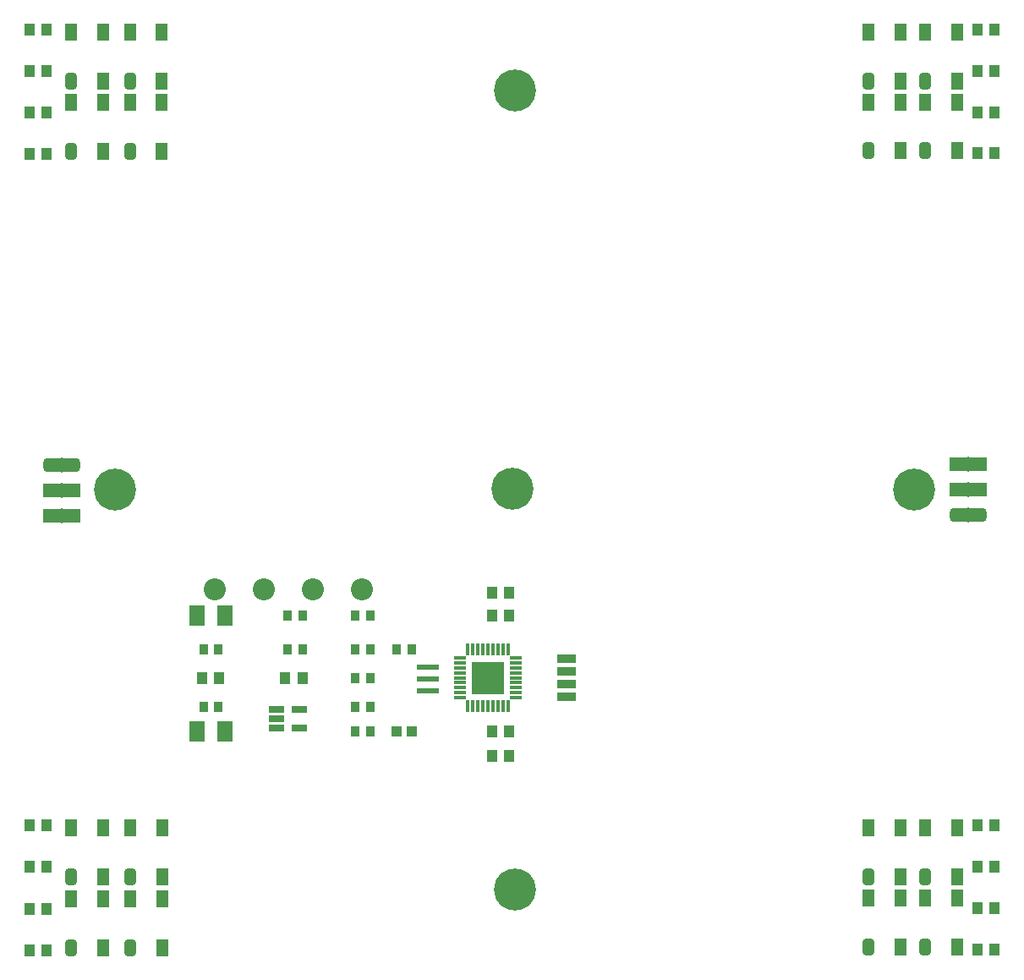
<source format=gts>
G04*
G04 #@! TF.GenerationSoftware,Altium Limited,Altium Designer,21.0.9 (235)*
G04*
G04 Layer_Color=8388736*
%FSLAX44Y44*%
%MOMM*%
G71*
G04*
G04 #@! TF.SameCoordinates,FCB3D206-118C-4BCE-AE63-394E7735AD57*
G04*
G04*
G04 #@! TF.FilePolarity,Negative*
G04*
G01*
G75*
%ADD34R,1.0032X1.2032*%
%ADD35C,2.2032*%
%ADD36R,0.9032X1.1032*%
%ADD37R,1.0032X1.0032*%
%ADD38R,1.5832X2.0232*%
%ADD39R,1.5240X0.7620*%
%ADD40R,0.4632X1.2832*%
%ADD41R,3.2032X3.2032*%
%ADD42R,1.2832X0.4632*%
%ADD43R,2.2032X0.6032*%
%ADD44R,3.7032X1.4032*%
G04:AMPARAMS|DCode=45|XSize=1.4032mm|YSize=3.7032mm|CornerRadius=0.4016mm|HoleSize=0mm|Usage=FLASHONLY|Rotation=90.000|XOffset=0mm|YOffset=0mm|HoleType=Round|Shape=RoundedRectangle|*
%AMROUNDEDRECTD45*
21,1,1.4032,2.9000,0,0,90.0*
21,1,0.6000,3.7032,0,0,90.0*
1,1,0.8032,1.4500,0.3000*
1,1,0.8032,1.4500,-0.3000*
1,1,0.8032,-1.4500,-0.3000*
1,1,0.8032,-1.4500,0.3000*
%
%ADD45ROUNDEDRECTD45*%
%ADD46R,1.2032X1.7032*%
G04:AMPARAMS|DCode=47|XSize=1.7032mm|YSize=1.2032mm|CornerRadius=0.3516mm|HoleSize=0mm|Usage=FLASHONLY|Rotation=90.000|XOffset=0mm|YOffset=0mm|HoleType=Round|Shape=RoundedRectangle|*
%AMROUNDEDRECTD47*
21,1,1.7032,0.5000,0,0,90.0*
21,1,1.0000,1.2032,0,0,90.0*
1,1,0.7032,0.2500,0.5000*
1,1,0.7032,0.2500,-0.5000*
1,1,0.7032,-0.2500,-0.5000*
1,1,0.7032,-0.2500,0.5000*
%
%ADD47ROUNDEDRECTD47*%
%ADD48R,1.9032X0.9032*%
%ADD49C,4.2032*%
%ADD50C,1.4732*%
D34*
X494500Y234000D02*
D03*
X477500D02*
D03*
X494500Y258000D02*
D03*
X477500D02*
D03*
X204190Y311900D02*
D03*
X187190D02*
D03*
X287288D02*
D03*
X270288D02*
D03*
X494500Y374000D02*
D03*
X477500D02*
D03*
X494500Y397000D02*
D03*
X477500D02*
D03*
X980500Y837000D02*
D03*
X963500D02*
D03*
X980500Y878333D02*
D03*
X963500D02*
D03*
X980500Y919667D02*
D03*
X963500D02*
D03*
X980500Y961000D02*
D03*
X963500D02*
D03*
X980500Y164000D02*
D03*
X963500D02*
D03*
X980500Y122500D02*
D03*
X963500D02*
D03*
X980500Y81000D02*
D03*
X963500D02*
D03*
X980500Y39500D02*
D03*
X963500D02*
D03*
X31000Y80667D02*
D03*
X14000D02*
D03*
X31000Y122333D02*
D03*
X14000D02*
D03*
X31000Y836500D02*
D03*
X14000D02*
D03*
X31000Y960563D02*
D03*
X14000D02*
D03*
X31000Y919209D02*
D03*
X14000D02*
D03*
X31000Y877854D02*
D03*
X14000D02*
D03*
X31000Y164000D02*
D03*
X14000D02*
D03*
X31000Y39000D02*
D03*
X14000D02*
D03*
D35*
X248990Y400000D02*
D03*
X298000D02*
D03*
X347100D02*
D03*
X199980D02*
D03*
D36*
X381500Y340400D02*
D03*
X396500D02*
D03*
X340500Y258000D02*
D03*
X355500D02*
D03*
X188190Y282400D02*
D03*
X203190D02*
D03*
X188190Y340400D02*
D03*
X203190D02*
D03*
X287788D02*
D03*
X272788D02*
D03*
X287788Y374000D02*
D03*
X272788D02*
D03*
X340500Y311900D02*
D03*
X355500D02*
D03*
X340500Y282400D02*
D03*
X355500D02*
D03*
X340500Y340400D02*
D03*
X355500D02*
D03*
X340500Y374000D02*
D03*
X355500D02*
D03*
D37*
X381500Y258242D02*
D03*
X396500D02*
D03*
D38*
X209380Y374000D02*
D03*
X182000D02*
D03*
X209380Y258000D02*
D03*
X182000D02*
D03*
D39*
X284684Y280398D02*
D03*
Y261602D02*
D03*
X261316D02*
D03*
Y271000D02*
D03*
Y280398D02*
D03*
D40*
X453000Y340050D02*
D03*
Y283750D02*
D03*
X458000Y340050D02*
D03*
X463000D02*
D03*
X468000D02*
D03*
X473000D02*
D03*
X478000D02*
D03*
X483000D02*
D03*
X488000D02*
D03*
X493000D02*
D03*
Y283750D02*
D03*
X488000D02*
D03*
X483000D02*
D03*
X478000D02*
D03*
X473000D02*
D03*
X468000D02*
D03*
X463000D02*
D03*
X458000D02*
D03*
D41*
X473000Y311900D02*
D03*
D42*
X501150Y331900D02*
D03*
Y326900D02*
D03*
Y321900D02*
D03*
Y316900D02*
D03*
Y311900D02*
D03*
Y306900D02*
D03*
Y301900D02*
D03*
Y296900D02*
D03*
Y291900D02*
D03*
X444850D02*
D03*
Y296900D02*
D03*
Y301900D02*
D03*
Y306900D02*
D03*
Y311900D02*
D03*
Y316900D02*
D03*
Y321900D02*
D03*
Y326900D02*
D03*
Y331900D02*
D03*
D43*
X413000Y322766D02*
D03*
Y310766D02*
D03*
Y298766D02*
D03*
D44*
X953984Y500402D02*
D03*
Y525802D02*
D03*
X46016Y499598D02*
D03*
Y474198D02*
D03*
D45*
X953984Y475002D02*
D03*
X46016Y524998D02*
D03*
D46*
X943000Y839500D02*
D03*
Y888500D02*
D03*
X911000D02*
D03*
X943000Y42000D02*
D03*
Y91000D02*
D03*
X911000D02*
D03*
X88000Y112500D02*
D03*
Y161500D02*
D03*
X56000D02*
D03*
X88000Y839000D02*
D03*
Y888000D02*
D03*
X56000D02*
D03*
X147000Y41500D02*
D03*
Y90500D02*
D03*
X115000D02*
D03*
X88000Y41500D02*
D03*
Y90500D02*
D03*
X56000D02*
D03*
X146530Y839000D02*
D03*
Y888000D02*
D03*
X114530D02*
D03*
X146530Y909063D02*
D03*
Y958063D02*
D03*
X114530D02*
D03*
X886000Y839500D02*
D03*
Y888500D02*
D03*
X854000D02*
D03*
X886000Y112500D02*
D03*
Y161500D02*
D03*
X854000D02*
D03*
X88000Y909063D02*
D03*
Y958063D02*
D03*
X56000D02*
D03*
X943000Y112500D02*
D03*
Y161500D02*
D03*
X911000D02*
D03*
X886000Y42000D02*
D03*
Y91000D02*
D03*
X854000D02*
D03*
X886000Y909500D02*
D03*
Y958500D02*
D03*
X854000D02*
D03*
X943000Y909500D02*
D03*
Y958500D02*
D03*
X911000D02*
D03*
X147000Y112500D02*
D03*
Y161500D02*
D03*
X115000D02*
D03*
D47*
X911000Y839500D02*
D03*
Y42000D02*
D03*
X56000Y112500D02*
D03*
Y839000D02*
D03*
X115000Y41500D02*
D03*
X56000D02*
D03*
X114530Y839000D02*
D03*
Y909063D02*
D03*
X854000Y839500D02*
D03*
Y112500D02*
D03*
X56000Y909063D02*
D03*
X911000Y112500D02*
D03*
X854000Y42000D02*
D03*
Y909500D02*
D03*
X911000D02*
D03*
X115000Y112500D02*
D03*
D48*
X551500Y293150D02*
D03*
Y305650D02*
D03*
Y318150D02*
D03*
Y330650D02*
D03*
D49*
X498000Y501000D02*
D03*
X500000Y900000D02*
D03*
Y100000D02*
D03*
X900000Y500000D02*
D03*
X100000D02*
D03*
D50*
X953984Y475002D02*
D03*
Y500402D02*
D03*
Y525802D02*
D03*
X46016Y474198D02*
D03*
Y499598D02*
D03*
Y524998D02*
D03*
M02*

</source>
